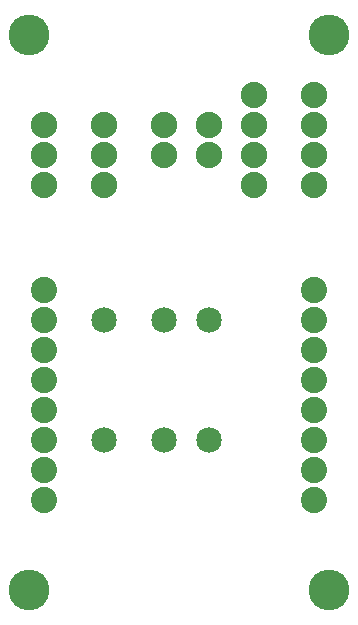
<source format=gbs>
G04 MADE WITH FRITZING*
G04 WWW.FRITZING.ORG*
G04 DOUBLE SIDED*
G04 HOLES PLATED*
G04 CONTOUR ON CENTER OF CONTOUR VECTOR*
%ASAXBY*%
%FSLAX23Y23*%
%MOIN*%
%OFA0B0*%
%SFA1.0B1.0*%
%ADD10C,0.087778*%
%ADD11C,0.088000*%
%ADD12C,0.085000*%
%ADD13C,0.135984*%
%LNMASK0*%
G90*
G70*
G54D10*
X132Y1085D03*
X132Y985D03*
X132Y885D03*
X132Y785D03*
X132Y685D03*
X132Y585D03*
X132Y485D03*
X132Y385D03*
X1032Y385D03*
X1032Y485D03*
X1032Y585D03*
X1032Y685D03*
X1032Y785D03*
X1032Y885D03*
X1032Y985D03*
X1032Y1085D03*
G54D11*
X682Y1635D03*
X682Y1535D03*
X532Y1635D03*
X532Y1535D03*
X832Y1735D03*
X832Y1635D03*
X832Y1535D03*
X832Y1435D03*
X332Y1635D03*
X332Y1535D03*
X332Y1435D03*
X132Y1635D03*
X132Y1535D03*
X132Y1435D03*
G54D12*
X332Y985D03*
X332Y585D03*
X532Y985D03*
X532Y585D03*
X682Y985D03*
X682Y585D03*
G54D13*
X1082Y1935D03*
X82Y1935D03*
X1082Y85D03*
X82Y85D03*
G54D11*
X1032Y1735D03*
X1032Y1635D03*
X1032Y1535D03*
X1032Y1435D03*
G04 End of Mask0*
M02*
</source>
